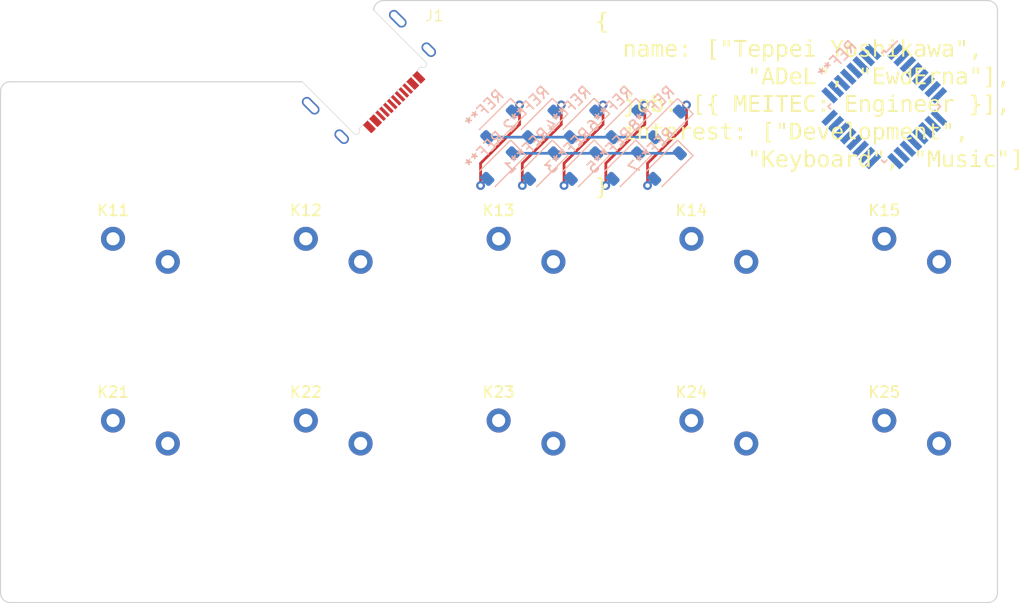
<source format=kicad_pcb>
(kicad_pcb (version 20221018) (generator pcbnew)
  (layers (0 "F.Cu" signal) (31 "B.Cu" signal) (34 "B.Paste" user) (35 "F.Paste" user) (36 "B.SilkS" user "B.Silkscreen") (37 "F.SilkS" user "F.Silkscreen") (38 "B.Mask" user) (39 "F.Mask" user) (44 "Edge.Cuts" user))
  (net 0 "")
  (net 1 "Col0")
  (net 2 "Row0")
  (net 3 "Row1")
  (net 4 "Col1")
  (net 5 "Col2")
  (net 6 "Col3")
  (net 7 "Col4")
  (footprint "ADeL_kbd:SW_kailh_pg1350_1u_narrow" (layer "F.Cu") (at 39.600009 41.49999)
    (fp_text reference "K11" (at 0 -8.5) (layer "F.SilkS"))
    (fp_text value "kailh_pg1350_1u")
    (pad "" np_thru_hole circle (at -5.5 0) (size 1.9 1.9) (drill 1.9) (layers "*.Cu" "*.Mask"))
    (pad "" np_thru_hole circle (at 0 0) (size 3.4 3.4) (drill 3.4) (layers "*.Cu" "*.Mask"))
    (pad "" np_thru_hole circle (at 5.5 0) (size 1.9 1.9) (drill 1.9) (layers "*.Cu" "*.Mask"))
    (pad "1" thru_hole circle (at 0 -5.9) (size 2.2 2.2) (drill 1.2) (layers "*.Cu" "*.Mask"))
    (pad "2" thru_hole circle (at 5 -3.8) (size 2.2 2.2) (drill 1.2) (layers "*.Cu" "*.Mask"))
  )
  (footprint "ADeL_kbd:SW_kailh_pg1350_1u_narrow" (layer "F.Cu") (at 74.800017 41.49999)
    (fp_text reference "K13" (at 0 -8.5) (layer "F.SilkS"))
    (fp_text value "kailh_pg1350_1u")
    (pad "" np_thru_hole circle (at -5.5 0) (size 1.9 1.9) (drill 1.9) (layers "*.Cu" "*.Mask"))
    (pad "" np_thru_hole circle (at 0 0) (size 3.4 3.4) (drill 3.4) (layers "*.Cu" "*.Mask"))
    (pad "" np_thru_hole circle (at 5.5 0) (size 1.9 1.9) (drill 1.9) (layers "*.Cu" "*.Mask"))
    (pad "1" thru_hole circle (at 0 -5.9) (size 2.2 2.2) (drill 1.2) (layers "*.Cu" "*.Mask"))
    (pad "2" thru_hole circle (at 5 -3.8) (size 2.2 2.2) (drill 1.2) (layers "*.Cu" "*.Mask"))
  )
  (footprint "ADeL_kbd:SW_kailh_pg1350_1u_narrow" (layer "F.Cu") (at 92.400021 58.099986)
    (fp_text reference "K24" (at 0 -8.5) (layer "F.SilkS"))
    (fp_text value "kailh_pg1350_1u")
    (pad "" np_thru_hole circle (at -5.5 0) (size 1.9 1.9) (drill 1.9) (layers "*.Cu" "*.Mask"))
    (pad "" np_thru_hole circle (at 0 0) (size 3.4 3.4) (drill 3.4) (layers "*.Cu" "*.Mask"))
    (pad "" np_thru_hole circle (at 5.5 0) (size 1.9 1.9) (drill 1.9) (layers "*.Cu" "*.Mask"))
    (pad "1" thru_hole circle (at 0 -5.9) (size 2.2 2.2) (drill 1.2) (layers "*.Cu" "*.Mask"))
    (pad "2" thru_hole circle (at 5 -3.8) (size 2.2 2.2) (drill 1.2) (layers "*.Cu" "*.Mask"))
  )
  (footprint "ADeL_kbd:SW_kailh_pg1350_1u_narrow" (layer "F.Cu") (at 57.200013 58.099986)
    (fp_text reference "K22" (at 0 -8.5) (layer "F.SilkS"))
    (fp_text value "kailh_pg1350_1u")
    (pad "" np_thru_hole circle (at -5.5 0) (size 1.9 1.9) (drill 1.9) (layers "*.Cu" "*.Mask"))
    (pad "" np_thru_hole circle (at 0 0) (size 3.4 3.4) (drill 3.4) (layers "*.Cu" "*.Mask"))
    (pad "" np_thru_hole circle (at 5.5 0) (size 1.9 1.9) (drill 1.9) (layers "*.Cu" "*.Mask"))
    (pad "1" thru_hole circle (at 0 -5.9) (size 2.2 2.2) (drill 1.2) (layers "*.Cu" "*.Mask"))
    (pad "2" thru_hole circle (at 5 -3.8) (size 2.2 2.2) (drill 1.2) (layers "*.Cu" "*.Mask"))
  )
  (footprint "ADeL_kbd:SW_kailh_pg1350_1u_narrow" (layer "F.Cu") (at 57.200013 41.49999)
    (fp_text reference "K12" (at 0 -8.5) (layer "F.SilkS"))
    (fp_text value "kailh_pg1350_1u")
    (pad "" np_thru_hole circle (at -5.5 0) (size 1.9 1.9) (drill 1.9) (layers "*.Cu" "*.Mask"))
    (pad "" np_thru_hole circle (at 0 0) (size 3.4 3.4) (drill 3.4) (layers "*.Cu" "*.Mask"))
    (pad "" np_thru_hole circle (at 5.5 0) (size 1.9 1.9) (drill 1.9) (layers "*.Cu" "*.Mask"))
    (pad "1" thru_hole circle (at 0 -5.9) (size 2.2 2.2) (drill 1.2) (layers "*.Cu" "*.Mask"))
    (pad "2" thru_hole circle (at 5 -3.8) (size 2.2 2.2) (drill 1.2) (layers "*.Cu" "*.Mask"))
  )
  (footprint "ADeL_kbd:HRO-TYPE-C-31-M-13B" (layer "F.Cu") (at 60.133347 17.983329 -135)
    (fp_text reference "J1" (at -8.178869 -4.266213 unlocked) (layer "F.SilkS") (effects (font (thickness 0.1))))
    (fp_text value "HRO-TYPE-C-31-M-13B" hide)
    (fp_line (start -4.62 -6.7) (end -4.62 0) (stroke (width 0.05)) (layer "Edge.Cuts"))
    (fp_line (start -4.02 -6.7) (end 4.02 -6.7) (stroke (width 0.05)) (layer "Edge.Cuts"))
    (fp_line (start 4.62 0) (end 4.62 -6.7) (stroke (width 0.05)) (layer "Edge.Cuts"))
    (fp_arc (start -4.62 -6.7) (mid -4.32 -7) (end -4.02 -6.7) (stroke (width 0.05)) (layer "Edge.Cuts"))
    (fp_arc (start 4.02 -6.7) (mid 4.32 -7) (end 4.62 -6.7) (stroke (width 0.05)) (layer "Edge.Cuts"))
    (pad "" np_thru_hole oval (at -5.62 -6.1 225) (size 0.9 1.5) (drill oval 0.6 1.2) (layers "F&B.Cu" "*.Mask"))
    (pad "" np_thru_hole oval (at -5.62 -2.1 225) (size 0.9 1.9) (drill oval 0.6 1.6) (layers "F&B.Cu" "*.Mask"))
    (pad "" np_thru_hole oval (at 5.62 -6.1 225) (size 0.9 1.5) (drill oval 0.6 1.2) (layers "F&B.Cu" "*.Mask"))
    (pad "" np_thru_hole oval (at 5.62 -2.1 225) (size 0.9 1.9) (drill oval 0.6 1.6) (layers "F&B.Cu" "*.Mask"))
    (pad "1" smd roundrect (at -3.2 -7.25 225) (size 0.6 1.1) (layers "F.Cu" "F.Paste" "F.Mask") (roundrect_rratio 0.1))
    (pad "2" smd roundrect (at -2.4 -7.25 225) (size 0.6 1.1) (layers "F.Cu" "F.Paste" "F.Mask") (roundrect_rratio 0.1))
    (pad "3" smd roundrect (at -1.75 -7.25 225) (size 0.3 1.1) (layers "F.Cu" "F.Paste" "F.Mask") (roundrect_rratio 0.1))
    (pad "4" smd roundrect (at -1.25 -7.25 225) (size 0.3 1.1) (layers "F.Cu" "F.Paste" "F.Mask") (roundrect_rratio 0.1))
    (pad "5" smd roundrect (at -0.75 -7.25 225) (size 0.3 1.1) (layers "F.Cu" "F.Paste" "F.Mask") (roundrect_rratio 0.1))
    (pad "6" smd roundrect (at -0.25 -7.25 225) (size 0.3 1.1) (layers "F.Cu" "F.Paste" "F.Mask") (roundrect_rratio 0.1))
    (pad "7" smd roundrect (at 0.25 -7.25 225) (size 0.3 1.1) (layers "F.Cu" "F.Paste" "F.Mask") (roundrect_rratio 0.1))
    (pad "8" smd roundrect (at 0.75 -7.25 225) (size 0.3 1.1) (layers "F.Cu" "F.Paste" "F.Mask") (roundrect_rratio 0.1))
    (pad "9" smd roundrect (at 1.25 -7.25 225) (size 0.3 1.1) (layers "F.Cu" "F.Paste" "F.Mask") (roundrect_rratio 0.1))
    (pad "10" smd roundrect (at 1.75 -7.25 225) (size 0.3 1.1) (layers "F.Cu" "F.Paste" "F.Mask") (roundrect_rratio 0.1))
    (pad "11" smd roundrect (at 2.4 -7.25 225) (size 0.6 1.1) (layers "F.Cu" "F.Paste" "F.Mask") (roundrect_rratio 0.1))
    (pad "12" smd roundrect (at 3.2 -7.25 225) (size 0.6 1.1) (layers "F.Cu" "F.Paste" "F.Mask") (roundrect_rratio 0.1))
  )
  (footprint "ADeL_kbd:SW_kailh_pg1350_1u_narrow" (layer "F.Cu") (at 74.800017 58.099986)
    (fp_text reference "K23" (at 0 -8.5) (layer "F.SilkS"))
    (fp_text value "kailh_pg1350_1u")
    (pad "" np_thru_hole circle (at -5.5 0) (size 1.9 1.9) (drill 1.9) (layers "*.Cu" "*.Mask"))
    (pad "" np_thru_hole circle (at 0 0) (size 3.4 3.4) (drill 3.4) (layers "*.Cu" "*.Mask"))
    (pad "" np_thru_hole circle (at 5.5 0) (size 1.9 1.9) (drill 1.9) (layers "*.Cu" "*.Mask"))
    (pad "1" thru_hole circle (at 0 -5.9) (size 2.2 2.2) (drill 1.2) (layers "*.Cu" "*.Mask"))
    (pad "2" thru_hole circle (at 5 -3.8) (size 2.2 2.2) (drill 1.2) (layers "*.Cu" "*.Mask"))
  )
  (footprint "ADeL_kbd:SW_kailh_pg1350_1u_narrow" (layer "F.Cu") (at 110.000025 58.099986)
    (fp_text reference "K25" (at 0 -8.5) (layer "F.SilkS"))
    (fp_text value "kailh_pg1350_1u")
    (pad "" np_thru_hole circle (at -5.5 0) (size 1.9 1.9) (drill 1.9) (layers "*.Cu" "*.Mask"))
    (pad "" np_thru_hole circle (at 0 0) (size 3.4 3.4) (drill 3.4) (layers "*.Cu" "*.Mask"))
    (pad "" np_thru_hole circle (at 5.5 0) (size 1.9 1.9) (drill 1.9) (layers "*.Cu" "*.Mask"))
    (pad "1" thru_hole circle (at 0 -5.9) (size 2.2 2.2) (drill 1.2) (layers "*.Cu" "*.Mask"))
    (pad "2" thru_hole circle (at 5 -3.8) (size 2.2 2.2) (drill 1.2) (layers "*.Cu" "*.Mask"))
  )
  (footprint "ADeL_kbd:SW_kailh_pg1350_1u_narrow" (layer "F.Cu") (at 110.000025 41.49999)
    (fp_text reference "K15" (at 0 -8.5) (layer "F.SilkS"))
    (fp_text value "kailh_pg1350_1u")
    (pad "" np_thru_hole circle (at -5.5 0) (size 1.9 1.9) (drill 1.9) (layers "*.Cu" "*.Mask"))
    (pad "" np_thru_hole circle (at 0 0) (size 3.4 3.4) (drill 3.4) (layers "*.Cu" "*.Mask"))
    (pad "" np_thru_hole circle (at 5.5 0) (size 1.9 1.9) (drill 1.9) (layers "*.Cu" "*.Mask"))
    (pad "1" thru_hole circle (at 0 -5.9) (size 2.2 2.2) (drill 1.2) (layers "*.Cu" "*.Mask"))
    (pad "2" thru_hole circle (at 5 -3.8) (size 2.2 2.2) (drill 1.2) (layers "*.Cu" "*.Mask"))
  )
  (footprint "ADeL_kbd:SW_kailh_pg1350_1u_narrow" (layer "F.Cu") (at 92.400021 41.49999)
    (fp_text reference "K14" (at 0 -8.5) (layer "F.SilkS"))
    (fp_text value "kailh_pg1350_1u")
    (pad "" np_thru_hole circle (at -5.5 0) (size 1.9 1.9) (drill 1.9) (layers "*.Cu" "*.Mask"))
    (pad "" np_thru_hole circle (at 0 0) (size 3.4 3.4) (drill 3.4) (layers "*.Cu" "*.Mask"))
    (pad "" np_thru_hole circle (at 5.5 0) (size 1.9 1.9) (drill 1.9) (layers "*.Cu" "*.Mask"))
    (pad "1" thru_hole circle (at 0 -5.9) (size 2.2 2.2) (drill 1.2) (layers "*.Cu" "*.Mask"))
    (pad "2" thru_hole circle (at 5 -3.8) (size 2.2 2.2) (drill 1.2) (layers "*.Cu" "*.Mask"))
  )
  (footprint "ADeL_kbd:SW_kailh_pg1350_1u_narrow" (layer "F.Cu") (at 39.600009 58.099986)
    (fp_text reference "K21" (at 0 -8.5) (layer "F.SilkS"))
    (fp_text value "kailh_pg1350_1u")
    (pad "" np_thru_hole circle (at -5.5 0) (size 1.9 1.9) (drill 1.9) (layers "*.Cu" "*.Mask"))
    (pad "" np_thru_hole circle (at 0 0) (size 3.4 3.4) (drill 3.4) (layers "*.Cu" "*.Mask"))
    (pad "" np_thru_hole circle (at 5.5 0) (size 1.9 1.9) (drill 1.9) (layers "*.Cu" "*.Mask"))
    (pad "1" thru_hole circle (at 0 -5.9) (size 2.2 2.2) (drill 1.2) (layers "*.Cu" "*.Mask"))
    (pad "2" thru_hole circle (at 5 -3.8) (size 2.2 2.2) (drill 1.2) (layers "*.Cu" "*.Mask"))
  )
  (footprint "Diode_SMD:D_SOD-123" (layer "B.Cu") (at 82.55 28.956 -135)
    (fp_text reference "REF**3" (at 0 2.000001 45) (layer "B.SilkS") (effects (justify mirror)))
    (fp_text value "D_SOD-123")
    (fp_line (start -2.36 -1) (end 1.65 -1) (stroke (width 0.12)) (layer "B.SilkS"))
    (fp_line (start -2.36 1) (end -2.36 -1) (stroke (width 0.12)) (layer "B.SilkS"))
    (fp_line (start -2.36 1) (end 1.65 1) (stroke (width 0.12)) (layer "B.SilkS"))
    (pad "1" smd roundrect (at -1.65 0 225) (size 0.9 1.2) (layers "B.Cu" "B.Paste" "B.Mask") (net 3 "Row1"))
    (pad "2" smd roundrect (at 1.65 0 225) (size 0.9 1.2) (layers "B.Cu" "B.Paste" "B.Mask") (net 5 "Col2"))
  )
  (footprint "Package_QFP:TQFP-32_7x7mm_P0.8mm" (layer "B.Cu") (at 110.000025 23.516661 -135)
    (fp_text reference "REF**" (at 0 6.05 45) (layer "B.SilkS") (effects (justify mirror)))
    (fp_text value "TQFP-32_7x7mm_P0.8mm")
    (fp_line (start -3.625 -3.625) (end -3.625 -3.3) (stroke (width 0.15)) (layer "B.SilkS"))
    (fp_line (start -3.625 -3.625) (end -3.3 -3.625) (stroke (width 0.15)) (layer "B.SilkS"))
    (fp_line (start -3.625 3.4) (end -5.05 3.4) (stroke (width 0.15)) (layer "B.SilkS"))
    (fp_line (start -3.625 3.625) (end -3.625 3.4) (stroke (width 0.15)) (layer "B.SilkS"))
    (fp_line (start -3.625 3.625) (end -3.3 3.625) (stroke (width 0.15)) (layer "B.SilkS"))
    (fp_line (start 3.625 -3.625) (end 3.3 -3.625) (stroke (width 0.15)) (layer "B.SilkS"))
    (fp_line (start 3.625 -3.625) (end 3.625 -3.3) (stroke (width 0.15)) (layer "B.SilkS"))
    (fp_line (start 3.625 3.625) (end 3.3 3.625) (stroke (width 0.15)) (layer "B.SilkS"))
    (fp_line (start 3.625 3.625) (end 3.625 3.3) (stroke (width 0.15)) (layer "B.SilkS"))
    (pad "1" smd rect (at -4.25 2.8 225) (size 1.6 0.55) (layers "B.Cu" "B.Paste" "B.Mask"))
    (pad "2" smd rect (at -4.25 2 225) (size 1.6 0.55) (layers "B.Cu" "B.Paste" "B.Mask"))
    (pad "3" smd rect (at -4.25 1.2 225) (size 1.6 0.55) (layers "B.Cu" "B.Paste" "B.Mask"))
    (pad "4" smd rect (at -4.25 0.4 225) (size 1.6 0.55) (layers "B.Cu" "B.Paste" "B.Mask"))
    (pad "5" smd rect (at -4.25 -0.4 225) (size 1.6 0.55) (layers "B.Cu" "B.Paste" "B.Mask"))
    (pad "6" smd rect (at -4.25 -1.2 225) (size 1.6 0.55) (layers "B.Cu" "B.Paste" "B.Mask"))
    (pad "7" smd rect (at -4.25 -2 225) (size 1.6 0.55) (layers "B.Cu" "B.Paste" "B.Mask"))
    (pad "8" smd rect (at -4.25 -2.8 225) (size 1.6 0.55) (layers "B.Cu" "B.Paste" "B.Mask"))
    (pad "9" smd rect (at -2.8 -4.25 135) (size 1.6 0.55) (layers "B.Cu" "B.Paste" "B.Mask"))
    (pad "10" smd rect (at -2 -4.25 135) (size 1.6 0.55) (layers "B.Cu" "B.Paste" "B.Mask"))
    (pad "11" smd rect (at -1.2 -4.25 135) (size 1.6 0.55) (layers "B.Cu" "B.Paste" "B.Mask"))
    (pad "12" smd rect (at -0.4 -4.25 135) (size 1.6 0.55) (layers "B.Cu" "B.Paste" "B.Mask"))
    (pad "13" smd rect (at 0.4 -4.25 135) (size 1.6 0.55) (layers "B.Cu" "B.Paste" "B.Mask"))
    (pad "14" smd rect (at 1.2 -4.25 135) (size 1.6 0.55) (layers "B.Cu" "B.Paste" "B.Mask"))
    (pad "15" smd rect (at 2 -4.25 135) (size 1.6 0.55) (layers "B.Cu" "B.Paste" "B.Mask"))
    (pad "16" smd rect (at 2.8 -4.25 135) (size 1.6 0.55) (layers "B.Cu" "B.Paste" "B.Mask"))
    (pad "17" smd rect (at 4.25 -2.8 225) (size 1.6 0.55) (layers "B.Cu" "B.Paste" "B.Mask"))
    (pad "18" smd rect (at 4.25 -2 225) (size 1.6 0.55) (layers "B.Cu" "B.Paste" "B.Mask"))
    (pad "19" smd rect (at 4.25 -1.2 225) (size 1.6 0.55) (layers "B.Cu" "B.Paste" "B.Mask"))
    (pad "20" smd rect (at 4.25 -0.4 225) (size 1.6 0.55) (layers "B.Cu" "B.Paste" "B.Mask"))
    (pad "21" smd rect (at 4.25 0.4 225) (size 1.6 0.55) (layers "B.Cu" "B.Paste" "B.Mask"))
    (pad "22" smd rect (at 4.25 1.2 225) (size 1.6 0.55) (layers "B.Cu" "B.Paste" "B.Mask"))
    (pad "23" smd rect (at 4.25 2 225) (size 1.6 0.55) (layers "B.Cu" "B.Paste" "B.Mask"))
    (pad "24" smd rect (at 4.25 2.8 225) (size 1.6 0.55) (layers "B.Cu" "B.Paste" "B.Mask"))
    (pad "25" smd rect (at 2.8 4.25 135) (size 1.6 0.55) (layers "B.Cu" "B.Paste" "B.Mask"))
    (pad "26" smd rect (at 2 4.25 135) (size 1.6 0.55) (layers "B.Cu" "B.Paste" "B.Mask"))
    (pad "27" smd rect (at 1.2 4.25 135) (size 1.6 0.55) (layers "B.Cu" "B.Paste" "B.Mask"))
    (pad "28" smd rect (at 0.4 4.25 135) (size 1.6 0.55) (layers "B.Cu" "B.Paste" "B.Mask"))
    (pad "29" smd rect (at -0.4 4.25 135) (size 1.6 0.55) (layers "B.Cu" "B.Paste" "B.Mask"))
    (pad "30" smd rect (at -1.2 4.25 135) (size 1.6 0.55) (layers "B.Cu" "B.Paste" "B.Mask"))
    (pad "31" smd rect (at -2 4.25 135) (size 1.6 0.55) (layers "B.Cu" "B.Paste" "B.Mask"))
    (pad "32" smd rect (at -2.8 4.25 135) (size 1.6 0.55) (layers "B.Cu" "B.Paste" "B.Mask"))
  )
  (footprint "Diode_SMD:D_SOD-123" (layer "B.Cu") (at 78.74 25.146 -135)
    (fp_text reference "REF**2" (at 0 2.000001 45) (layer "B.SilkS") (effects (justify mirror)))
    (fp_text value "D_SOD-123")
    (fp_line (start -2.36 -1) (end 1.65 -1) (stroke (width 0.12)) (layer "B.SilkS"))
    (fp_line (start -2.36 1) (end -2.36 -1) (stroke (width 0.12)) (layer "B.SilkS"))
    (fp_line (start -2.36 1) (end 1.65 1) (stroke (width 0.12)) (layer "B.SilkS"))
    (pad "1" smd roundrect (at -1.65 0 225) (size 0.9 1.2) (layers "B.Cu" "B.Paste" "B.Mask") (net 4 "Col1"))
    (pad "2" smd roundrect (at 1.65 0 225) (size 0.9 1.2) (layers "B.Cu" "B.Paste" "B.Mask") (net 2 "Row0"))
  )
  (footprint "Diode_SMD:D_SOD-123" (layer "B.Cu") (at 82.55 25.146 -135)
    (fp_text reference "REF**4" (at 0 2.000001 45) (layer "B.SilkS") (effects (justify mirror)))
    (fp_text value "D_SOD-123")
    (fp_line (start -2.36 -1) (end 1.65 -1) (stroke (width 0.12)) (layer "B.SilkS"))
    (fp_line (start -2.36 1) (end -2.36 -1) (stroke (width 0.12)) (layer "B.SilkS"))
    (fp_line (start -2.36 1) (end 1.65 1) (stroke (width 0.12)) (layer "B.SilkS"))
    (pad "1" smd roundrect (at -1.65 0 225) (size 0.9 1.2) (layers "B.Cu" "B.Paste" "B.Mask") (net 5 "Col2"))
    (pad "2" smd roundrect (at 1.65 0 225) (size 0.9 1.2) (layers "B.Cu" "B.Paste" "B.Mask") (net 2 "Row0"))
  )
  (footprint "Diode_SMD:D_SOD-123" (layer "B.Cu") (at 74.93 28.956 -135)
    (fp_text reference "REF**" (at 0 2.000001 45) (layer "B.SilkS") (effects (justify mirror)))
    (fp_text value "D_SOD-123")
    (fp_line (start -2.36 -1) (end 1.65 -1) (stroke (width 0.12)) (layer "B.SilkS"))
    (fp_line (start -2.36 1) (end -2.36 -1) (stroke (width 0.12)) (layer "B.SilkS"))
    (fp_line (start -2.36 1) (end 1.65 1) (stroke (width 0.12)) (layer "B.SilkS"))
    (pad "1" smd roundrect (at -1.65 0 225) (size 0.9 1.2) (layers "B.Cu" "B.Paste" "B.Mask") (net 3 "Row1"))
    (pad "2" smd roundrect (at 1.65 0 225) (size 0.9 1.2) (layers "B.Cu" "B.Paste" "B.Mask") (net 1 "Col0"))
  )
  (footprint "Diode_SMD:D_SOD-123" (layer "B.Cu") (at 86.36 28.956 -135)
    (fp_text reference "REF**5" (at 0 2.000001 45) (layer "B.SilkS") (effects (justify mirror)))
    (fp_text value "D_SOD-123")
    (fp_line (start -2.36 -1) (end 1.65 -1) (stroke (width 0.12)) (layer "B.SilkS"))
    (fp_line (start -2.36 1) (end -2.36 -1) (stroke (width 0.12)) (layer "B.SilkS"))
    (fp_line (start -2.36 1) (end 1.65 1) (stroke (width 0.12)) (layer "B.SilkS"))
    (pad "1" smd roundrect (at -1.65 0 225) (size 0.9 1.2) (layers "B.Cu" "B.Paste" "B.Mask") (net 3 "Row1"))
    (pad "2" smd roundrect (at 1.65 0 225) (size 0.9 1.2) (layers "B.Cu" "B.Paste" "B.Mask") (net 6 "Col3"))
  )
  (footprint "Diode_SMD:D_SOD-123" (layer "B.Cu") (at 78.74 28.956 -135)
    (fp_text reference "REF**1" (at 0 2.000001 45) (layer "B.SilkS") (effects (justify mirror)))
    (fp_text value "D_SOD-123")
    (fp_line (start -2.36 -1) (end 1.65 -1) (stroke (width 0.12)) (layer "B.SilkS"))
    (fp_line (start -2.36 1) (end -2.36 -1) (stroke (width 0.12)) (layer "B.SilkS"))
    (fp_line (start -2.36 1) (end 1.65 1) (stroke (width 0.12)) (layer "B.SilkS"))
    (pad "1" smd roundrect (at -1.65 0 225) (size 0.9 1.2) (layers "B.Cu" "B.Paste" "B.Mask") (net 3 "Row1"))
    (pad "2" smd roundrect (at 1.65 0 225) (size 0.9 1.2) (layers "B.Cu" "B.Paste" "B.Mask") (net 4 "Col1"))
  )
  (footprint "Diode_SMD:D_SOD-123" (layer "B.Cu") (at 74.93 25.146 -135)
    (fp_text reference "REF**" (at 0 2.000001 45) (layer "B.SilkS") (effects (justify mirror)))
    (fp_text value "D_SOD-123")
    (fp_line (start -2.36 -1) (end 1.65 -1) (stroke (width 0.12)) (layer "B.SilkS"))
    (fp_line (start -2.36 1) (end -2.36 -1) (stroke (width 0.12)) (layer "B.SilkS"))
    (fp_line (start -2.36 1) (end 1.65 1) (stroke (width 0.12)) (layer "B.SilkS"))
    (pad "1" smd roundrect (at -1.65 0 225) (size 0.9 1.2) (layers "B.Cu" "B.Paste" "B.Mask") (net 1 "Col0"))
    (pad "2" smd roundrect (at 1.65 0 225) (size 0.9 1.2) (layers "B.Cu" "B.Paste" "B.Mask") (net 2 "Row0"))
  )
  (footprint "Diode_SMD:D_SOD-123" (layer "B.Cu") (at 86.36 25.146 -135)
    (fp_text reference "REF**6" (at 0 2.000001 45) (layer "B.SilkS") (effects (justify mirror)))
    (fp_text value "D_SOD-123")
    (fp_line (start -2.36 -1) (end 1.65 -1) (stroke (width 0.12)) (layer "B.SilkS"))
    (fp_line (start -2.36 1) (end -2.36 -1) (stroke (width 0.12)) (layer "B.SilkS"))
    (fp_line (start -2.36 1) (end 1.65 1) (stroke (width 0.12)) (layer "B.SilkS"))
    (pad "1" smd roundrect (at -1.65 0 225) (size 0.9 1.2) (layers "B.Cu" "B.Paste" "B.Mask") (net 6 "Col3"))
    (pad "2" smd roundrect (at 1.65 0 225) (size 0.9 1.2) (layers "B.Cu" "B.Paste" "B.Mask") (net 2 "Row0"))
  )
  (footprint "Diode_SMD:D_SOD-123" (layer "B.Cu") (at 90.17 28.956 -135)
    (fp_text reference "REF**7" (at 0 2.000001 45) (layer "B.SilkS") (effects (justify mirror)))
    (fp_text value "D_SOD-123")
    (fp_line (start -2.36 -1) (end 1.65 -1) (stroke (width 0.12)) (layer "B.SilkS"))
    (fp_line (start -2.36 1) (end -2.36 -1) (stroke (width 0.12)) (layer "B.SilkS"))
    (fp_line (start -2.36 1) (end 1.65 1) (stroke (width 0.12)) (layer "B.SilkS"))
    (pad "1" smd roundrect (at -1.65 0 225) (size 0.9 1.2) (layers "B.Cu" "B.Paste" "B.Mask") (net 3 "Row1"))
    (pad "2" smd roundrect (at 1.65 0 225) (size 0.9 1.2) (layers "B.Cu" "B.Paste" "B.Mask") (net 7 "Col4"))
  )
  (footprint "Diode_SMD:D_SOD-123" (layer "B.Cu") (at 90.17 25.146 -135)
    (fp_text reference "REF**8" (at 0 2.000001 45) (layer "B.SilkS") (effects (justify mirror)))
    (fp_text value "D_SOD-123")
    (fp_line (start -2.36 -1) (end 1.65 -1) (stroke (width 0.12)) (layer "B.SilkS"))
    (fp_line (start -2.36 1) (end -2.36 -1) (stroke (width 0.12)) (layer "B.SilkS"))
    (fp_line (start -2.36 1) (end 1.65 1) (stroke (width 0.12)) (layer "B.SilkS"))
    (pad "1" smd roundrect (at -1.65 0 225) (size 0.9 1.2) (layers "B.Cu" "B.Paste" "B.Mask") (net 7 "Col4"))
    (pad "2" smd roundrect (at 1.65 0 225) (size 0.9 1.2) (layers "B.Cu" "B.Paste" "B.Mask") (net 2 "Row0"))
  )
  (gr_arc (start 120.33334 67.950164) (mid 120.074667 68.574657) (end 119.450174 68.83333) (stroke (width 0.1)) (layer "Edge.Cuts"))
  (gr_arc (start 63.40018 14.716496) (mid 63.658853 14.092003) (end 64.283346 13.83333) (stroke (width 0.1)) (layer "Edge.Cuts"))
  (gr_line (start 56.866514 21.250162) (end 30.216506 21.250162) (stroke (width 0.1)) (layer "Edge.Cuts"))
  (gr_arc (start 29.33334 22.133328) (mid 29.592013 21.508835) (end 30.216506 21.250162) (stroke (width 0.1)) (layer "Edge.Cuts"))
  (gr_arc (start 30.216508 68.83333) (mid 29.592015 68.574658) (end 29.33334 67.950165) (stroke (width 0.1)) (layer "Edge.Cuts"))
  (gr_line (start 64.283346 13.83333) (end 119.450175 13.83333) (stroke (width 0.1)) (layer "Edge.Cuts"))
  (gr_line (start 29.33334 67.950165) (end 29.33334 22.133328) (stroke (width 0.1)) (layer "Edge.Cuts"))
  (gr_line (start 120.33334 14.716498) (end 120.33334 67.950164) (stroke (width 0.1)) (layer "Edge.Cuts"))
  (gr_line (start 119.450174 68.83333) (end 30.216508 68.83333) (stroke (width 0.1)) (layer "Edge.Cuts"))
  (gr_arc (start 119.450175 13.83333) (mid 120.074668 14.092004) (end 120.33334 14.716498) (stroke (width 0.1)) (layer "Edge.Cuts"))
  (gr_text "{\n  name: [{dblquote}Teppei Yoshikawa{dblquote},\n           {dblquote}ADeL{dblquote}, {dblquote}EwdErna{dblquote}], \n  job: [{ MEITEC: Engineer }],\n  interest: [{dblquote}Development{dblquote},\n           {dblquote}Keyboard{dblquote}, {dblquote}Music{dblquote}]\n}" (at 83.600019 31.816659) (layer "F.SilkS") (effects (font (size 1.5 1.5)) (justify left bottom)))
  (segment (start 73.152 28.702) (end 73.152 30.734) (width 0.25) (layer "F.Cu") (net 1))
  (segment (start 76.708 23.368) (end 76.708 25.146) (width 0.25) (layer "F.Cu") (net 1))
  (segment (start 76.708 25.146) (end 73.152 28.702) (width 0.25) (layer "F.Cu") (net 1))
  (via (at 76.708 23.368) (size 0.8) (drill 0.4) (layers "F.Cu" "B.Cu") (net 1))
  (via (at 73.152 30.734) (size 0.8) (drill 0.4) (layers "F.Cu" "B.Cu") (net 1))
  (segment (start 73.763274 30.122726) (end 73.152 30.734) (width 0.25) (layer "B.Cu") (net 1))
  (segment (start 76.096726 23.979274) (end 76.708 23.368) (width 0.25) (layer "B.Cu") (net 1))
  (segment (start 73.763274 26.312726) (end 77.573274 26.312726) (width 0.25) (layer "B.Cu") (net 2))
  (segment (start 77.573274 26.312726) (end 81.383274 26.312726) (width 0.25) (layer "B.Cu") (net 2))
  (segment (start 85.193274 26.312726) (end 89.003274 26.312726) (width 0.25) (layer "B.Cu") (net 2))
  (segment (start 81.383274 26.312726) (end 85.193274 26.312726) (width 0.25) (layer "B.Cu") (net 2))
  (segment (start 79.906726 27.789274) (end 76.096726 27.789274) (width 0.25) (layer "B.Cu") (net 3))
  (segment (start 91.336726 27.789274) (end 87.526726 27.789274) (width 0.25) (layer "B.Cu") (net 3))
  (segment (start 83.716726 27.789274) (end 79.906726 27.789274) (width 0.25) (layer "B.Cu") (net 3))
  (segment (start 87.526726 27.789274) (end 83.716726 27.789274) (width 0.25) (layer "B.Cu") (net 3))
  (segment (start 80.518 25.146) (end 76.962 28.702) (width 0.25) (layer "F.Cu") (net 4))
  (segment (start 76.962 28.702) (end 76.962 30.734) (width 0.25) (layer "F.Cu") (net 4))
  (segment (start 80.518 23.368) (end 80.518 25.146) (width 0.25) (layer "F.Cu") (net 4))
  (via (at 80.518 23.368) (size 0.8) (drill 0.4) (layers "F.Cu" "B.Cu") (net 4))
  (via (at 76.962 30.734) (size 0.8) (drill 0.4) (layers "F.Cu" "B.Cu") (net 4))
  (segment (start 79.906726 23.979274) (end 80.518 23.368) (width 0.25) (layer "B.Cu") (net 4))
  (segment (start 77.573274 30.122726) (end 76.962 30.734) (width 0.25) (layer "B.Cu") (net 4))
  (segment (start 84.328 23.368) (end 84.328 25.146) (width 0.25) (layer "F.Cu") (net 5))
  (segment (start 84.328 25.146) (end 80.772 28.702) (width 0.25) (layer "F.Cu") (net 5))
  (segment (start 80.772 28.702) (end 80.772 30.734) (width 0.25) (layer "F.Cu") (net 5))
  (via (at 84.328 23.368) (size 0.8) (drill 0.4) (layers "F.Cu" "B.Cu") (net 5))
  (via (at 80.772 30.734) (size 0.8) (drill 0.4) (layers "F.Cu" "B.Cu") (net 5))
  (segment (start 81.383274 30.122726) (end 80.772 30.734) (width 0.25) (layer "B.Cu") (net 5))
  (segment (start 83.716726 23.979274) (end 84.328 23.368) (width 0.25) (layer "B.Cu") (net 5))
  (segment (start 88.138 25.146) (end 84.582 28.702) (width 0.25) (layer "F.Cu") (net 6))
  (segment (start 84.582 28.702) (end 84.582 30.734) (width 0.25) (layer "F.Cu") (net 6))
  (segment (start 88.138 23.368) (end 88.138 25.146) (width 0.25) (layer "F.Cu") (net 6))
  (via (at 84.582 30.734) (size 0.8) (drill 0.4) (layers "F.Cu" "B.Cu") (net 6))
  (via (at 88.138 23.368) (size 0.8) (drill 0.4) (layers "F.Cu" "B.Cu") (net 6))
  (segment (start 87.526726 23.979274) (end 88.138 23.368) (width 0.25) (layer "B.Cu") (net 6))
  (segment (start 85.193274 30.122726) (end 84.582 30.734) (width 0.25) (layer "B.Cu") (net 6))
  (segment (start 91.948 25.146) (end 88.392 28.702) (width 0.25) (layer "F.Cu") (net 7))
  (segment (start 91.948 23.368) (end 91.948 25.146) (width 0.25) (layer "F.Cu") (net 7))
  (segment (start 88.392 28.702) (end 88.392 30.734) (width 0.25) (layer "F.Cu") (net 7))
  (via (at 91.948 23.368) (size 0.8) (drill 0.4) (layers "F.Cu" "B.Cu") (net 7))
  (via (at 88.392 30.734) (size 0.8) (drill 0.4) (layers "F.Cu" "B.Cu") (net 7))
  (segment (start 91.336726 23.979274) (end 91.948 23.368) (width 0.25) (layer "B.Cu") (net 7))
  (segment (start 89.003274 30.122726) (end 88.392 30.734) (width 0.25) (layer "B.Cu") (net 7))
)
</source>
